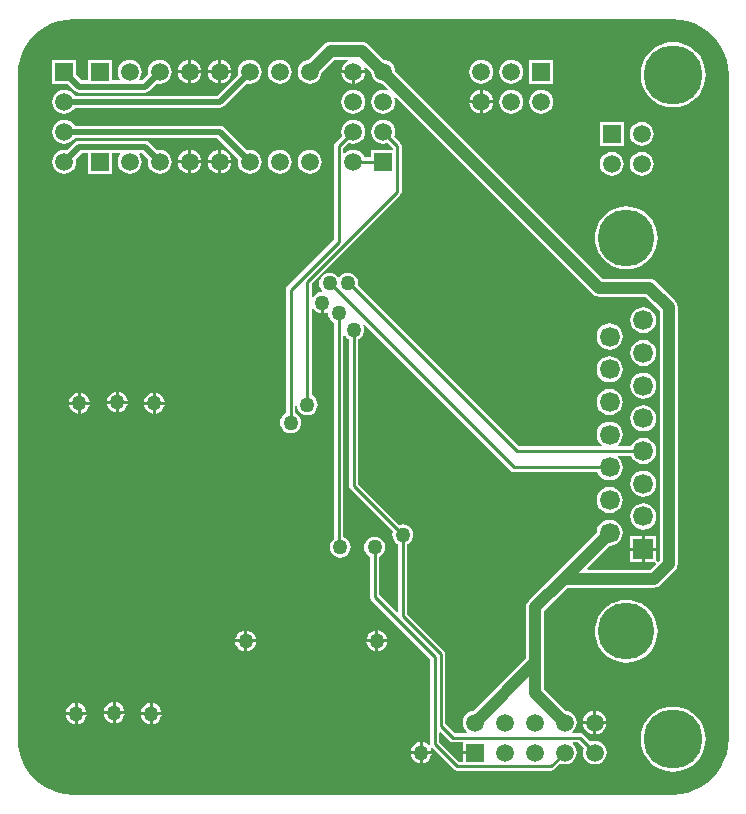
<source format=gbl>
G04 Layer_Physical_Order=2*
G04 Layer_Color=16711680*
%FSLAX24Y24*%
%MOIN*%
G70*
G01*
G75*
%ADD19C,0.0200*%
%ADD20C,0.0100*%
%ADD21C,0.0400*%
%ADD22C,0.0591*%
%ADD23R,0.0591X0.0591*%
%ADD24R,0.0591X0.0591*%
%ADD25C,0.1890*%
%ADD26C,0.0665*%
%ADD27R,0.0665X0.0665*%
%ADD28C,0.0500*%
%ADD29C,0.1969*%
G36*
X241Y23983D02*
X479Y23936D01*
X708Y23858D01*
X924Y23751D01*
X1126Y23617D01*
X1307Y23457D01*
X1467Y23276D01*
X1601Y23074D01*
X1708Y22858D01*
X1786Y22629D01*
X1833Y22391D01*
X1848Y22157D01*
X1847Y22150D01*
Y0D01*
X1848Y-7D01*
X1833Y-241D01*
X1786Y-479D01*
X1708Y-708D01*
X1601Y-924D01*
X1467Y-1126D01*
X1307Y-1307D01*
X1126Y-1467D01*
X924Y-1601D01*
X708Y-1708D01*
X479Y-1786D01*
X241Y-1833D01*
X7Y-1848D01*
X0Y-1847D01*
X-20000D01*
X-20007Y-1848D01*
X-20241Y-1833D01*
X-20479Y-1786D01*
X-20708Y-1708D01*
X-20924Y-1601D01*
X-21126Y-1467D01*
X-21307Y-1307D01*
X-21467Y-1126D01*
X-21601Y-924D01*
X-21708Y-708D01*
X-21786Y-479D01*
X-21833Y-241D01*
X-21848Y-7D01*
X-21847Y0D01*
Y22150D01*
X-21848Y22157D01*
X-21833Y22391D01*
X-21786Y22629D01*
X-21708Y22858D01*
X-21601Y23074D01*
X-21467Y23276D01*
X-21307Y23457D01*
X-21126Y23617D01*
X-20924Y23751D01*
X-20708Y23858D01*
X-20479Y23936D01*
X-20241Y23983D01*
X-20007Y23998D01*
X-20000Y23997D01*
X0D01*
X7Y23998D01*
X241Y23983D01*
D02*
G37*
%LPC*%
G36*
X-1001Y7860D02*
X-1114Y7845D01*
X-1219Y7802D01*
X-1309Y7732D01*
X-1379Y7642D01*
X-1422Y7537D01*
X-1437Y7424D01*
X-1422Y7311D01*
X-1379Y7205D01*
X-1309Y7115D01*
X-1219Y7046D01*
X-1114Y7002D01*
X-1001Y6987D01*
X-888Y7002D01*
X-783Y7046D01*
X-692Y7115D01*
X-623Y7205D01*
X-579Y7311D01*
X-564Y7424D01*
X-579Y7537D01*
X-623Y7642D01*
X-692Y7732D01*
X-783Y7802D01*
X-888Y7845D01*
X-1001Y7860D01*
D02*
G37*
G36*
X-568Y6766D02*
X-951D01*
Y6383D01*
X-568D01*
Y6766D01*
D02*
G37*
G36*
X-1051D02*
X-1433D01*
Y6383D01*
X-1051D01*
Y6766D01*
D02*
G37*
G36*
X-1001Y11132D02*
X-1114Y11117D01*
X-1219Y11073D01*
X-1309Y11004D01*
X-1379Y10913D01*
X-1422Y10808D01*
X-1437Y10695D01*
X-1422Y10582D01*
X-1379Y10477D01*
X-1309Y10387D01*
X-1219Y10317D01*
X-1114Y10274D01*
X-1001Y10259D01*
X-888Y10274D01*
X-783Y10317D01*
X-692Y10387D01*
X-623Y10477D01*
X-579Y10582D01*
X-564Y10695D01*
X-579Y10808D01*
X-623Y10913D01*
X-692Y11004D01*
X-783Y11073D01*
X-888Y11117D01*
X-1001Y11132D01*
D02*
G37*
G36*
Y8951D02*
X-1114Y8936D01*
X-1219Y8892D01*
X-1309Y8823D01*
X-1379Y8732D01*
X-1422Y8627D01*
X-1437Y8514D01*
X-1422Y8401D01*
X-1379Y8296D01*
X-1309Y8206D01*
X-1219Y8136D01*
X-1114Y8093D01*
X-1001Y8078D01*
X-888Y8093D01*
X-783Y8136D01*
X-692Y8206D01*
X-623Y8296D01*
X-579Y8401D01*
X-564Y8514D01*
X-579Y8627D01*
X-623Y8732D01*
X-692Y8823D01*
X-783Y8892D01*
X-888Y8936D01*
X-1001Y8951D01*
D02*
G37*
G36*
X-2119Y8405D02*
X-2232Y8390D01*
X-2337Y8347D01*
X-2427Y8277D01*
X-2497Y8187D01*
X-2540Y8082D01*
X-2555Y7969D01*
X-2540Y7856D01*
X-2497Y7751D01*
X-2427Y7660D01*
X-2337Y7591D01*
X-2232Y7547D01*
X-2119Y7532D01*
X-2006Y7547D01*
X-1901Y7591D01*
X-1810Y7660D01*
X-1741Y7751D01*
X-1697Y7856D01*
X-1682Y7969D01*
X-1697Y8082D01*
X-1741Y8187D01*
X-1810Y8277D01*
X-1901Y8347D01*
X-2006Y8390D01*
X-2119Y8405D01*
D02*
G37*
G36*
X-14200Y3624D02*
Y3328D01*
X-13904D01*
X-13909Y3369D01*
X-13944Y3454D01*
X-14000Y3527D01*
X-14073Y3583D01*
X-14159Y3619D01*
X-14200Y3624D01*
D02*
G37*
G36*
X-14300D02*
X-14341Y3619D01*
X-14427Y3583D01*
X-14500Y3527D01*
X-14556Y3454D01*
X-14591Y3369D01*
X-14596Y3328D01*
X-14300D01*
Y3624D01*
D02*
G37*
G36*
X-9532Y3228D02*
X-9828D01*
Y2931D01*
X-9787Y2937D01*
X-9702Y2972D01*
X-9629Y3028D01*
X-9573Y3101D01*
X-9537Y3186D01*
X-9532Y3228D01*
D02*
G37*
G36*
X-1051Y6283D02*
X-1433D01*
Y5900D01*
X-1051D01*
Y6283D01*
D02*
G37*
G36*
X-9828Y3624D02*
Y3328D01*
X-9532D01*
X-9537Y3369D01*
X-9573Y3454D01*
X-9629Y3527D01*
X-9702Y3583D01*
X-9787Y3619D01*
X-9828Y3624D01*
D02*
G37*
G36*
X-9928D02*
X-9970Y3619D01*
X-10055Y3583D01*
X-10128Y3527D01*
X-10184Y3454D01*
X-10219Y3369D01*
X-10225Y3328D01*
X-9928D01*
Y3624D01*
D02*
G37*
G36*
X-19750Y11546D02*
Y11250D01*
X-19454D01*
X-19459Y11291D01*
X-19494Y11377D01*
X-19550Y11450D01*
X-19623Y11506D01*
X-19709Y11541D01*
X-19750Y11546D01*
D02*
G37*
G36*
X-19850D02*
X-19891Y11541D01*
X-19977Y11506D01*
X-20050Y11450D01*
X-20106Y11377D01*
X-20141Y11291D01*
X-20146Y11250D01*
X-19850D01*
Y11546D01*
D02*
G37*
G36*
X-18185Y11186D02*
X-18482D01*
Y10889D01*
X-18440Y10895D01*
X-18355Y10930D01*
X-18282Y10986D01*
X-18226Y11059D01*
X-18191Y11144D01*
X-18185Y11186D01*
D02*
G37*
G36*
X-18582Y11582D02*
X-18623Y11577D01*
X-18708Y11542D01*
X-18781Y11485D01*
X-18837Y11412D01*
X-18873Y11327D01*
X-18878Y11286D01*
X-18582D01*
Y11582D01*
D02*
G37*
G36*
X-17250Y11546D02*
Y11250D01*
X-16954D01*
X-16959Y11291D01*
X-16994Y11377D01*
X-17050Y11450D01*
X-17123Y11506D01*
X-17209Y11541D01*
X-17250Y11546D01*
D02*
G37*
G36*
X-17350D02*
X-17391Y11541D01*
X-17477Y11506D01*
X-17550Y11450D01*
X-17606Y11377D01*
X-17641Y11291D01*
X-17646Y11250D01*
X-17350D01*
Y11546D01*
D02*
G37*
G36*
X-19454Y11150D02*
X-19750D01*
Y10854D01*
X-19709Y10859D01*
X-19623Y10894D01*
X-19550Y10950D01*
X-19494Y11023D01*
X-19459Y11109D01*
X-19454Y11150D01*
D02*
G37*
G36*
X-19850D02*
X-20146D01*
X-20141Y11109D01*
X-20106Y11023D01*
X-20050Y10950D01*
X-19977Y10894D01*
X-19891Y10859D01*
X-19850Y10854D01*
Y11150D01*
D02*
G37*
G36*
X-2119Y11677D02*
X-2232Y11662D01*
X-2337Y11618D01*
X-2427Y11549D01*
X-2497Y11459D01*
X-2540Y11353D01*
X-2555Y11241D01*
X-2540Y11128D01*
X-2497Y11022D01*
X-2427Y10932D01*
X-2337Y10863D01*
X-2232Y10819D01*
X-2119Y10804D01*
X-2006Y10819D01*
X-1901Y10863D01*
X-1810Y10932D01*
X-1741Y11022D01*
X-1697Y11128D01*
X-1682Y11241D01*
X-1697Y11353D01*
X-1741Y11459D01*
X-1810Y11549D01*
X-1901Y11618D01*
X-2006Y11662D01*
X-2119Y11677D01*
D02*
G37*
G36*
X-18582Y11186D02*
X-18878D01*
X-18873Y11144D01*
X-18837Y11059D01*
X-18781Y10986D01*
X-18708Y10930D01*
X-18623Y10895D01*
X-18582Y10889D01*
Y11186D01*
D02*
G37*
G36*
X-16954Y11150D02*
X-17250D01*
Y10854D01*
X-17209Y10859D01*
X-17123Y10894D01*
X-17050Y10950D01*
X-16994Y11023D01*
X-16959Y11109D01*
X-16954Y11150D01*
D02*
G37*
G36*
X-17350D02*
X-17646D01*
X-17641Y11109D01*
X-17606Y11023D01*
X-17550Y10950D01*
X-17477Y10894D01*
X-17391Y10859D01*
X-17350Y10854D01*
Y11150D01*
D02*
G37*
G36*
X-17450Y800D02*
X-17746D01*
X-17741Y759D01*
X-17706Y673D01*
X-17650Y600D01*
X-17577Y544D01*
X-17491Y509D01*
X-17450Y504D01*
Y800D01*
D02*
G37*
G36*
X-19554D02*
X-19850D01*
Y504D01*
X-19809Y509D01*
X-19723Y544D01*
X-19650Y600D01*
X-19594Y673D01*
X-19559Y759D01*
X-19554Y800D01*
D02*
G37*
G36*
X-19950D02*
X-20246D01*
X-20241Y759D01*
X-20206Y673D01*
X-20150Y600D01*
X-20077Y544D01*
X-19991Y509D01*
X-19950Y504D01*
Y800D01*
D02*
G37*
G36*
X-18285Y836D02*
X-18582D01*
Y539D01*
X-18540Y545D01*
X-18455Y580D01*
X-18382Y636D01*
X-18326Y709D01*
X-18291Y794D01*
X-18285Y836D01*
D02*
G37*
G36*
X-18682D02*
X-18978D01*
X-18973Y794D01*
X-18937Y709D01*
X-18881Y636D01*
X-18808Y580D01*
X-18723Y545D01*
X-18682Y539D01*
Y836D01*
D02*
G37*
G36*
X-17054Y800D02*
X-17350D01*
Y504D01*
X-17309Y509D01*
X-17223Y544D01*
X-17150Y600D01*
X-17094Y673D01*
X-17059Y759D01*
X-17054Y800D01*
D02*
G37*
G36*
X-8054Y-495D02*
X-8350D01*
Y-791D01*
X-8309Y-786D01*
X-8223Y-751D01*
X-8150Y-695D01*
X-8094Y-621D01*
X-8059Y-536D01*
X-8054Y-495D01*
D02*
G37*
G36*
X-8450D02*
X-8746D01*
X-8741Y-536D01*
X-8706Y-621D01*
X-8650Y-695D01*
X-8577Y-751D01*
X-8491Y-786D01*
X-8450Y-791D01*
Y-495D01*
D02*
G37*
G36*
X0Y1088D02*
X-170Y1074D01*
X-336Y1034D01*
X-494Y969D01*
X-639Y880D01*
X-769Y769D01*
X-880Y639D01*
X-969Y494D01*
X-1034Y336D01*
X-1074Y170D01*
X-1088Y0D01*
X-1074Y-170D01*
X-1034Y-336D01*
X-969Y-494D01*
X-880Y-639D01*
X-769Y-769D01*
X-639Y-880D01*
X-494Y-969D01*
X-336Y-1034D01*
X-170Y-1074D01*
X0Y-1088D01*
X170Y-1074D01*
X336Y-1034D01*
X494Y-969D01*
X639Y-880D01*
X769Y-769D01*
X880Y-639D01*
X969Y-494D01*
X1034Y-336D01*
X1074Y-170D01*
X1088Y0D01*
X1074Y170D01*
X1034Y336D01*
X969Y494D01*
X880Y639D01*
X769Y769D01*
X639Y880D01*
X494Y969D01*
X336Y1034D01*
X170Y1074D01*
X0Y1088D01*
D02*
G37*
G36*
X-2229Y505D02*
X-2572D01*
Y163D01*
X-2518Y170D01*
X-2422Y210D01*
X-2340Y273D01*
X-2276Y356D01*
X-2236Y452D01*
X-2229Y505D01*
D02*
G37*
G36*
X-2672D02*
X-3014D01*
X-3007Y452D01*
X-2967Y356D01*
X-2903Y273D01*
X-2821Y210D01*
X-2725Y170D01*
X-2672Y163D01*
Y505D01*
D02*
G37*
G36*
X-8450Y-98D02*
X-8491Y-104D01*
X-8577Y-139D01*
X-8650Y-195D01*
X-8706Y-268D01*
X-8741Y-354D01*
X-8746Y-395D01*
X-8450D01*
Y-98D01*
D02*
G37*
G36*
X-1560Y4639D02*
X-1724Y4626D01*
X-1884Y4588D01*
X-2036Y4525D01*
X-2176Y4439D01*
X-2301Y4332D01*
X-2408Y4207D01*
X-2494Y4067D01*
X-2557Y3915D01*
X-2595Y3755D01*
X-2608Y3591D01*
X-2595Y3427D01*
X-2557Y3267D01*
X-2494Y3115D01*
X-2408Y2975D01*
X-2301Y2850D01*
X-2176Y2743D01*
X-2036Y2657D01*
X-1884Y2594D01*
X-1724Y2556D01*
X-1560Y2543D01*
X-1396Y2556D01*
X-1236Y2594D01*
X-1084Y2657D01*
X-944Y2743D01*
X-819Y2850D01*
X-712Y2975D01*
X-626Y3115D01*
X-563Y3267D01*
X-525Y3427D01*
X-512Y3591D01*
X-525Y3755D01*
X-563Y3915D01*
X-626Y4067D01*
X-712Y4207D01*
X-819Y4332D01*
X-944Y4439D01*
X-1084Y4525D01*
X-1236Y4588D01*
X-1396Y4626D01*
X-1560Y4639D01*
D02*
G37*
G36*
X-18582Y1232D02*
Y936D01*
X-18285D01*
X-18291Y977D01*
X-18326Y1062D01*
X-18382Y1135D01*
X-18455Y1192D01*
X-18540Y1227D01*
X-18582Y1232D01*
D02*
G37*
G36*
X-18682D02*
X-18723Y1227D01*
X-18808Y1192D01*
X-18881Y1135D01*
X-18937Y1062D01*
X-18973Y977D01*
X-18978Y936D01*
X-18682D01*
Y1232D01*
D02*
G37*
G36*
X-9928Y3228D02*
X-10225D01*
X-10219Y3186D01*
X-10184Y3101D01*
X-10128Y3028D01*
X-10055Y2972D01*
X-9970Y2937D01*
X-9928Y2931D01*
Y3228D01*
D02*
G37*
G36*
X-13904D02*
X-14200D01*
Y2931D01*
X-14159Y2937D01*
X-14073Y2972D01*
X-14000Y3028D01*
X-13944Y3101D01*
X-13909Y3186D01*
X-13904Y3228D01*
D02*
G37*
G36*
X-14300D02*
X-14596D01*
X-14591Y3186D01*
X-14556Y3101D01*
X-14500Y3028D01*
X-14427Y2972D01*
X-14341Y2937D01*
X-14300Y2931D01*
Y3228D01*
D02*
G37*
G36*
X-19950Y1196D02*
X-19991Y1191D01*
X-20077Y1156D01*
X-20150Y1100D01*
X-20206Y1027D01*
X-20241Y941D01*
X-20246Y900D01*
X-19950D01*
Y1196D01*
D02*
G37*
G36*
X-2572Y947D02*
Y605D01*
X-2229D01*
X-2236Y658D01*
X-2276Y754D01*
X-2340Y837D01*
X-2422Y900D01*
X-2518Y940D01*
X-2572Y947D01*
D02*
G37*
G36*
X-2672D02*
X-2725Y940D01*
X-2821Y900D01*
X-2903Y837D01*
X-2967Y754D01*
X-3007Y658D01*
X-3014Y605D01*
X-2672D01*
Y947D01*
D02*
G37*
G36*
X-17350Y1196D02*
Y900D01*
X-17054D01*
X-17059Y941D01*
X-17094Y1027D01*
X-17150Y1100D01*
X-17223Y1156D01*
X-17309Y1191D01*
X-17350Y1196D01*
D02*
G37*
G36*
X-17450D02*
X-17491Y1191D01*
X-17577Y1156D01*
X-17650Y1100D01*
X-17706Y1027D01*
X-17741Y941D01*
X-17746Y900D01*
X-17450D01*
Y1196D01*
D02*
G37*
G36*
X-19850D02*
Y900D01*
X-19554D01*
X-19559Y941D01*
X-19594Y1027D01*
X-19650Y1100D01*
X-19723Y1156D01*
X-19809Y1191D01*
X-19850Y1196D01*
D02*
G37*
G36*
X-14118Y22649D02*
X-14221Y22635D01*
X-14317Y22595D01*
X-14400Y22532D01*
X-14463Y22449D01*
X-14503Y22353D01*
X-14517Y22250D01*
X-14504Y22153D01*
X-15203Y21454D01*
X-19955D01*
X-20015Y21532D01*
X-20098Y21595D01*
X-20194Y21635D01*
X-20297Y21649D01*
X-20400Y21635D01*
X-20496Y21595D01*
X-20579Y21532D01*
X-20642Y21449D01*
X-20682Y21353D01*
X-20696Y21250D01*
X-20682Y21147D01*
X-20642Y21051D01*
X-20579Y20968D01*
X-20496Y20905D01*
X-20400Y20865D01*
X-20297Y20851D01*
X-20194Y20865D01*
X-20098Y20905D01*
X-20015Y20968D01*
X-19955Y21046D01*
X-15118D01*
X-15040Y21062D01*
X-14974Y21106D01*
X-14216Y21864D01*
X-14118Y21851D01*
X-14015Y21865D01*
X-13919Y21905D01*
X-13836Y21968D01*
X-13773Y22051D01*
X-13733Y22147D01*
X-13719Y22250D01*
X-13733Y22353D01*
X-13773Y22449D01*
X-13836Y22532D01*
X-13919Y22595D01*
X-14015Y22635D01*
X-14118Y22649D01*
D02*
G37*
G36*
X-10375Y23253D02*
X-11418D01*
X-11496Y23242D01*
X-11569Y23212D01*
X-11632Y23164D01*
X-11632Y23164D01*
X-12152Y22644D01*
X-12221Y22635D01*
X-12317Y22595D01*
X-12400Y22532D01*
X-12463Y22449D01*
X-12503Y22353D01*
X-12517Y22250D01*
X-12503Y22147D01*
X-12463Y22051D01*
X-12400Y21968D01*
X-12317Y21905D01*
X-12221Y21865D01*
X-12118Y21851D01*
X-12015Y21865D01*
X-11919Y21905D01*
X-11836Y21968D01*
X-11773Y22051D01*
X-11733Y22147D01*
X-11724Y22216D01*
X-11293Y22647D01*
X-10857D01*
X-10847Y22597D01*
X-10867Y22589D01*
X-10950Y22525D01*
X-11013Y22443D01*
X-11053Y22347D01*
X-11060Y22293D01*
X-10668D01*
X-10276D01*
X-10283Y22347D01*
X-10292Y22369D01*
X-10250Y22397D01*
X-10062Y22210D01*
X-10053Y22140D01*
X-10013Y22044D01*
X-9950Y21962D01*
X-9867Y21898D01*
X-9771Y21858D01*
X-9702Y21849D01*
X-9514Y21662D01*
X-9543Y21619D01*
X-9565Y21629D01*
X-9668Y21642D01*
X-9771Y21629D01*
X-9867Y21589D01*
X-9950Y21525D01*
X-10013Y21443D01*
X-10053Y21347D01*
X-10067Y21243D01*
X-10053Y21140D01*
X-10013Y21044D01*
X-9950Y20962D01*
X-9867Y20898D01*
X-9771Y20858D01*
X-9668Y20845D01*
X-9565Y20858D01*
X-9469Y20898D01*
X-9386Y20962D01*
X-9323Y21044D01*
X-9283Y21140D01*
X-9269Y21243D01*
X-9283Y21347D01*
X-9292Y21369D01*
X-9250Y21397D01*
X-2689Y14836D01*
X-2689Y14836D01*
X-2626Y14788D01*
X-2553Y14758D01*
X-2475Y14747D01*
X-925D01*
X-453Y14275D01*
Y5975D01*
X-518Y5910D01*
X-568Y5931D01*
X-568Y5936D01*
X-568Y5936D01*
X-568Y5938D01*
Y6283D01*
X-951D01*
Y5900D01*
X-606Y5900D01*
X-603D01*
D01*
X-598Y5900D01*
X-595Y5892D01*
X-578Y5850D01*
X-775Y5653D01*
X-2851D01*
X-2871Y5699D01*
X-2126Y6443D01*
X-2119Y6442D01*
X-2006Y6457D01*
X-1901Y6500D01*
X-1810Y6570D01*
X-1741Y6660D01*
X-1697Y6765D01*
X-1682Y6878D01*
X-1697Y6991D01*
X-1741Y7097D01*
X-1810Y7187D01*
X-1901Y7256D01*
X-2006Y7300D01*
X-2119Y7315D01*
X-2232Y7300D01*
X-2337Y7256D01*
X-2427Y7187D01*
X-2497Y7097D01*
X-2540Y6991D01*
X-2555Y6878D01*
X-2554Y6871D01*
X-3861Y5564D01*
X-4814Y4611D01*
X-4862Y4549D01*
X-4892Y4476D01*
X-4903Y4397D01*
Y2702D01*
X-6655Y949D01*
X-6725Y940D01*
X-6821Y900D01*
X-6903Y837D01*
X-6967Y754D01*
X-7007Y658D01*
X-7020Y555D01*
X-7007Y452D01*
X-6967Y356D01*
X-6903Y273D01*
X-6877Y253D01*
X-6894Y203D01*
X-7287D01*
X-7597Y513D01*
Y2833D01*
X-7609Y2891D01*
X-7642Y2941D01*
X-8861Y4161D01*
Y6499D01*
X-8838Y6509D01*
X-8765Y6565D01*
X-8709Y6638D01*
X-8673Y6723D01*
X-8661Y6814D01*
X-8673Y6906D01*
X-8709Y6991D01*
X-8765Y7064D01*
X-8838Y7120D01*
X-8923Y7155D01*
X-9014Y7167D01*
X-9106Y7155D01*
X-9129Y7146D01*
X-10497Y8513D01*
Y13335D01*
X-10473Y13344D01*
X-10400Y13400D01*
X-10344Y13473D01*
X-10309Y13559D01*
X-10297Y13650D01*
X-10309Y13741D01*
X-10331Y13794D01*
X-10288Y13822D01*
X-5418Y8951D01*
X-5368Y8918D01*
X-5309Y8907D01*
X-2524D01*
X-2497Y8841D01*
X-2427Y8751D01*
X-2337Y8682D01*
X-2232Y8638D01*
X-2119Y8623D01*
X-2006Y8638D01*
X-1901Y8682D01*
X-1810Y8751D01*
X-1741Y8841D01*
X-1697Y8946D01*
X-1682Y9059D01*
X-1697Y9172D01*
X-1741Y9278D01*
X-1810Y9368D01*
X-1854Y9402D01*
X-1837Y9452D01*
X-1406D01*
X-1379Y9387D01*
X-1309Y9296D01*
X-1219Y9227D01*
X-1114Y9183D01*
X-1001Y9168D01*
X-888Y9183D01*
X-783Y9227D01*
X-692Y9296D01*
X-623Y9387D01*
X-579Y9492D01*
X-564Y9605D01*
X-579Y9718D01*
X-623Y9823D01*
X-692Y9913D01*
X-783Y9983D01*
X-888Y10026D01*
X-1001Y10041D01*
X-1114Y10026D01*
X-1219Y9983D01*
X-1309Y9913D01*
X-1379Y9823D01*
X-1406Y9758D01*
X-1837D01*
X-1854Y9808D01*
X-1810Y9841D01*
X-1741Y9932D01*
X-1697Y10037D01*
X-1682Y10150D01*
X-1697Y10263D01*
X-1741Y10368D01*
X-1810Y10459D01*
X-1901Y10528D01*
X-2006Y10572D01*
X-2119Y10586D01*
X-2232Y10572D01*
X-2337Y10528D01*
X-2427Y10459D01*
X-2497Y10368D01*
X-2540Y10263D01*
X-2555Y10150D01*
X-2540Y10037D01*
X-2497Y9932D01*
X-2427Y9841D01*
X-2384Y9808D01*
X-2400Y9758D01*
X-5141D01*
X-10507Y15123D01*
X-10497Y15200D01*
X-10509Y15291D01*
X-10544Y15377D01*
X-10600Y15450D01*
X-10673Y15506D01*
X-10759Y15541D01*
X-10850Y15553D01*
X-10941Y15541D01*
X-11027Y15506D01*
X-11100Y15450D01*
X-11125Y15417D01*
X-11175D01*
X-11200Y15450D01*
X-11273Y15506D01*
X-11359Y15541D01*
X-11450Y15553D01*
X-11541Y15541D01*
X-11627Y15506D01*
X-11700Y15450D01*
X-11756Y15377D01*
X-11791Y15291D01*
X-11803Y15200D01*
X-11791Y15109D01*
X-11756Y15023D01*
X-11700Y14951D01*
Y14951D01*
X-11700Y14948D01*
X-11717Y14901D01*
X-11791Y14891D01*
X-11877Y14856D01*
X-11950Y14800D01*
X-11997Y14738D01*
X-12047Y14751D01*
Y15187D01*
X-9092Y18142D01*
X-9059Y18191D01*
X-9047Y18250D01*
Y19775D01*
X-9059Y19834D01*
X-9092Y19884D01*
X-9302Y20094D01*
X-9283Y20140D01*
X-9269Y20243D01*
X-9283Y20347D01*
X-9323Y20443D01*
X-9386Y20525D01*
X-9469Y20589D01*
X-9565Y20629D01*
X-9668Y20642D01*
X-9771Y20629D01*
X-9867Y20589D01*
X-9950Y20525D01*
X-10013Y20443D01*
X-10053Y20347D01*
X-10067Y20243D01*
X-10053Y20140D01*
X-10013Y20044D01*
X-9950Y19962D01*
X-9867Y19898D01*
X-9771Y19858D01*
X-9668Y19845D01*
X-9565Y19858D01*
X-9519Y19878D01*
X-9353Y19712D01*
Y19639D01*
X-10063D01*
Y19396D01*
X-10304D01*
X-10323Y19443D01*
X-10386Y19525D01*
X-10469Y19589D01*
X-10565Y19629D01*
X-10668Y19642D01*
X-10771Y19629D01*
X-10867Y19589D01*
X-10947Y19528D01*
X-10967Y19531D01*
X-10997Y19541D01*
Y19698D01*
X-10818Y19878D01*
X-10771Y19858D01*
X-10668Y19845D01*
X-10565Y19858D01*
X-10469Y19898D01*
X-10386Y19962D01*
X-10323Y20044D01*
X-10283Y20140D01*
X-10269Y20243D01*
X-10283Y20347D01*
X-10323Y20443D01*
X-10386Y20525D01*
X-10469Y20589D01*
X-10565Y20629D01*
X-10668Y20642D01*
X-10771Y20629D01*
X-10867Y20589D01*
X-10950Y20525D01*
X-11013Y20443D01*
X-11053Y20347D01*
X-11067Y20243D01*
X-11053Y20140D01*
X-11034Y20094D01*
X-11258Y19870D01*
X-11291Y19820D01*
X-11303Y19762D01*
Y16646D01*
X-12858Y15091D01*
X-12891Y15041D01*
X-12903Y14983D01*
Y10865D01*
X-12927Y10856D01*
X-13000Y10800D01*
X-13056Y10727D01*
X-13091Y10641D01*
X-13103Y10550D01*
X-13091Y10459D01*
X-13056Y10373D01*
X-13000Y10300D01*
X-12927Y10244D01*
X-12841Y10209D01*
X-12750Y10197D01*
X-12659Y10209D01*
X-12573Y10244D01*
X-12500Y10300D01*
X-12444Y10373D01*
X-12409Y10459D01*
X-12397Y10550D01*
X-12409Y10641D01*
X-12444Y10727D01*
X-12500Y10800D01*
X-12573Y10856D01*
X-12597Y10865D01*
Y11101D01*
X-12547Y11105D01*
X-12541Y11059D01*
X-12506Y10973D01*
X-12450Y10900D01*
X-12377Y10844D01*
X-12291Y10809D01*
X-12200Y10797D01*
X-12109Y10809D01*
X-12023Y10844D01*
X-11950Y10900D01*
X-11894Y10973D01*
X-11859Y11059D01*
X-11847Y11150D01*
X-11859Y11241D01*
X-11894Y11327D01*
X-11950Y11400D01*
X-12023Y11456D01*
X-12047Y11465D01*
Y14349D01*
X-11997Y14362D01*
X-11950Y14300D01*
X-11877Y14244D01*
X-11791Y14209D01*
X-11750Y14204D01*
Y14550D01*
X-11650D01*
Y14204D01*
X-11609Y14209D01*
X-11549Y14234D01*
X-11503Y14200D01*
X-11491Y14109D01*
X-11456Y14023D01*
X-11400Y13950D01*
X-11327Y13894D01*
X-11303Y13885D01*
Y6685D01*
X-11350Y6650D01*
X-11406Y6577D01*
X-11441Y6491D01*
X-11453Y6400D01*
X-11441Y6309D01*
X-11406Y6223D01*
X-11350Y6150D01*
X-11277Y6094D01*
X-11191Y6059D01*
X-11100Y6047D01*
X-11009Y6059D01*
X-10923Y6094D01*
X-10850Y6150D01*
X-10794Y6223D01*
X-10759Y6309D01*
X-10747Y6400D01*
X-10759Y6491D01*
X-10794Y6577D01*
X-10850Y6650D01*
X-10923Y6706D01*
X-10997Y6736D01*
Y13449D01*
X-10947Y13462D01*
X-10900Y13400D01*
X-10827Y13344D01*
X-10803Y13335D01*
Y8450D01*
X-10791Y8391D01*
X-10758Y8342D01*
X-9346Y6929D01*
X-9355Y6906D01*
X-9367Y6814D01*
X-9355Y6723D01*
X-9320Y6638D01*
X-9264Y6565D01*
X-9191Y6509D01*
X-9167Y6499D01*
Y4249D01*
X-9214Y4230D01*
X-9797Y4813D01*
Y6085D01*
X-9773Y6094D01*
X-9700Y6150D01*
X-9644Y6223D01*
X-9609Y6309D01*
X-9597Y6400D01*
X-9609Y6491D01*
X-9644Y6577D01*
X-9700Y6650D01*
X-9773Y6706D01*
X-9859Y6741D01*
X-9950Y6753D01*
X-10041Y6741D01*
X-10127Y6706D01*
X-10200Y6650D01*
X-10256Y6577D01*
X-10291Y6491D01*
X-10303Y6400D01*
X-10291Y6309D01*
X-10256Y6223D01*
X-10200Y6150D01*
X-10127Y6094D01*
X-10103Y6085D01*
Y4750D01*
X-10091Y4691D01*
X-10058Y4642D01*
X-8103Y2687D01*
Y-150D01*
X-8096Y-184D01*
X-8143Y-205D01*
X-8150Y-195D01*
X-8223Y-139D01*
X-8309Y-104D01*
X-8350Y-98D01*
Y-395D01*
X-8054D01*
X-8059Y-354D01*
X-8077Y-310D01*
X-8035Y-282D01*
X-7308Y-1008D01*
X-7259Y-1041D01*
X-7200Y-1053D01*
X-4077D01*
X-4018Y-1041D01*
X-3969Y-1008D01*
X-3771Y-811D01*
X-3725Y-830D01*
X-3622Y-844D01*
X-3518Y-830D01*
X-3422Y-790D01*
X-3340Y-727D01*
X-3276Y-644D01*
X-3236Y-548D01*
X-3223Y-445D01*
X-3236Y-342D01*
X-3276Y-246D01*
X-3340Y-163D01*
X-3356Y-150D01*
X-3340Y-103D01*
X-3180D01*
X-2987Y-295D01*
X-3007Y-342D01*
X-3020Y-445D01*
X-3007Y-548D01*
X-2967Y-644D01*
X-2903Y-727D01*
X-2821Y-790D01*
X-2725Y-830D01*
X-2622Y-844D01*
X-2518Y-830D01*
X-2422Y-790D01*
X-2340Y-727D01*
X-2276Y-644D01*
X-2236Y-548D01*
X-2223Y-445D01*
X-2236Y-342D01*
X-2276Y-246D01*
X-2340Y-163D01*
X-2422Y-100D01*
X-2518Y-60D01*
X-2622Y-46D01*
X-2725Y-60D01*
X-2771Y-79D01*
X-3008Y158D01*
X-3058Y191D01*
X-3116Y203D01*
X-3349D01*
X-3366Y253D01*
X-3340Y273D01*
X-3276Y356D01*
X-3236Y452D01*
X-3223Y555D01*
X-3236Y658D01*
X-3276Y754D01*
X-3340Y837D01*
X-3422Y900D01*
X-3518Y940D01*
X-3588Y949D01*
X-4297Y1659D01*
Y2577D01*
X-4297Y2577D01*
X-4297Y2577D01*
Y4272D01*
X-3522Y5047D01*
X-650D01*
X-572Y5058D01*
X-499Y5088D01*
X-436Y5136D01*
X64Y5636D01*
X112Y5699D01*
X142Y5772D01*
X153Y5850D01*
X153Y5850D01*
Y14400D01*
X153Y14400D01*
X142Y14478D01*
X112Y14551D01*
X64Y14614D01*
X-586Y15264D01*
X-649Y15312D01*
X-722Y15342D01*
X-800Y15353D01*
X-2349D01*
X-9274Y22277D01*
X-9283Y22347D01*
X-9323Y22443D01*
X-9386Y22525D01*
X-9469Y22589D01*
X-9565Y22629D01*
X-9634Y22638D01*
X-10161Y23164D01*
X-10223Y23212D01*
X-10296Y23242D01*
X-10375Y23253D01*
D02*
G37*
G36*
X-6350Y21642D02*
Y21300D01*
X-6008D01*
X-6015Y21353D01*
X-6055Y21449D01*
X-6118Y21532D01*
X-6201Y21595D01*
X-6297Y21635D01*
X-6350Y21642D01*
D02*
G37*
G36*
X-5400Y22649D02*
X-5503Y22635D01*
X-5599Y22595D01*
X-5682Y22532D01*
X-5745Y22449D01*
X-5785Y22353D01*
X-5799Y22250D01*
X-5785Y22147D01*
X-5745Y22051D01*
X-5682Y21968D01*
X-5599Y21905D01*
X-5503Y21865D01*
X-5400Y21851D01*
X-5297Y21865D01*
X-5201Y21905D01*
X-5118Y21968D01*
X-5055Y22051D01*
X-5015Y22147D01*
X-5001Y22250D01*
X-5015Y22353D01*
X-5055Y22449D01*
X-5118Y22532D01*
X-5201Y22595D01*
X-5297Y22635D01*
X-5400Y22649D01*
D02*
G37*
G36*
X-6400D02*
X-6503Y22635D01*
X-6599Y22595D01*
X-6682Y22532D01*
X-6745Y22449D01*
X-6785Y22353D01*
X-6799Y22250D01*
X-6785Y22147D01*
X-6745Y22051D01*
X-6682Y21968D01*
X-6599Y21905D01*
X-6503Y21865D01*
X-6400Y21851D01*
X-6297Y21865D01*
X-6201Y21905D01*
X-6118Y21968D01*
X-6055Y22051D01*
X-6015Y22147D01*
X-6001Y22250D01*
X-6015Y22353D01*
X-6055Y22449D01*
X-6118Y22532D01*
X-6201Y22595D01*
X-6297Y22635D01*
X-6400Y22649D01*
D02*
G37*
G36*
X-13118D02*
X-13221Y22635D01*
X-13317Y22595D01*
X-13400Y22532D01*
X-13463Y22449D01*
X-13503Y22353D01*
X-13517Y22250D01*
X-13503Y22147D01*
X-13463Y22051D01*
X-13400Y21968D01*
X-13317Y21905D01*
X-13221Y21865D01*
X-13118Y21851D01*
X-13015Y21865D01*
X-12919Y21905D01*
X-12836Y21968D01*
X-12773Y22051D01*
X-12733Y22147D01*
X-12719Y22250D01*
X-12733Y22353D01*
X-12773Y22449D01*
X-12836Y22532D01*
X-12919Y22595D01*
X-13015Y22635D01*
X-13118Y22649D01*
D02*
G37*
G36*
X-6450Y21200D02*
X-6792D01*
X-6785Y21147D01*
X-6745Y21051D01*
X-6682Y20968D01*
X-6599Y20905D01*
X-6503Y20865D01*
X-6450Y20858D01*
Y21200D01*
D02*
G37*
G36*
X-4400Y21649D02*
X-4503Y21635D01*
X-4599Y21595D01*
X-4682Y21532D01*
X-4745Y21449D01*
X-4785Y21353D01*
X-4799Y21250D01*
X-4785Y21147D01*
X-4745Y21051D01*
X-4682Y20968D01*
X-4599Y20905D01*
X-4503Y20865D01*
X-4400Y20851D01*
X-4297Y20865D01*
X-4201Y20905D01*
X-4118Y20968D01*
X-4055Y21051D01*
X-4015Y21147D01*
X-4001Y21250D01*
X-4015Y21353D01*
X-4055Y21449D01*
X-4118Y21532D01*
X-4201Y21595D01*
X-4297Y21635D01*
X-4400Y21649D01*
D02*
G37*
G36*
X-5400D02*
X-5503Y21635D01*
X-5599Y21595D01*
X-5682Y21532D01*
X-5745Y21449D01*
X-5785Y21353D01*
X-5799Y21250D01*
X-5785Y21147D01*
X-5745Y21051D01*
X-5682Y20968D01*
X-5599Y20905D01*
X-5503Y20865D01*
X-5400Y20851D01*
X-5297Y20865D01*
X-5201Y20905D01*
X-5118Y20968D01*
X-5055Y21051D01*
X-5015Y21147D01*
X-5001Y21250D01*
X-5015Y21353D01*
X-5055Y21449D01*
X-5118Y21532D01*
X-5201Y21595D01*
X-5297Y21635D01*
X-5400Y21649D01*
D02*
G37*
G36*
X-6450Y21642D02*
X-6503Y21635D01*
X-6599Y21595D01*
X-6682Y21532D01*
X-6745Y21449D01*
X-6785Y21353D01*
X-6792Y21300D01*
X-6450D01*
Y21642D01*
D02*
G37*
G36*
X0Y23238D02*
X-170Y23224D01*
X-336Y23184D01*
X-494Y23119D01*
X-639Y23030D01*
X-769Y22919D01*
X-880Y22789D01*
X-969Y22644D01*
X-1034Y22486D01*
X-1074Y22320D01*
X-1088Y22150D01*
X-1074Y21980D01*
X-1034Y21814D01*
X-969Y21656D01*
X-880Y21511D01*
X-769Y21381D01*
X-639Y21270D01*
X-494Y21181D01*
X-336Y21116D01*
X-170Y21076D01*
X0Y21062D01*
X170Y21076D01*
X336Y21116D01*
X494Y21181D01*
X639Y21270D01*
X769Y21381D01*
X880Y21511D01*
X969Y21656D01*
X1034Y21814D01*
X1074Y21980D01*
X1088Y22150D01*
X1074Y22320D01*
X1034Y22486D01*
X969Y22644D01*
X880Y22789D01*
X769Y22919D01*
X639Y23030D01*
X494Y23119D01*
X336Y23184D01*
X170Y23224D01*
X0Y23238D01*
D02*
G37*
G36*
X-6008Y21200D02*
X-6350D01*
Y20858D01*
X-6297Y20865D01*
X-6201Y20905D01*
X-6118Y20968D01*
X-6055Y21051D01*
X-6015Y21147D01*
X-6008Y21200D01*
D02*
G37*
G36*
X-16168Y22642D02*
X-16221Y22635D01*
X-16317Y22595D01*
X-16400Y22532D01*
X-16463Y22449D01*
X-16503Y22353D01*
X-16510Y22300D01*
X-16168D01*
Y22642D01*
D02*
G37*
G36*
X-17118Y22649D02*
X-17221Y22635D01*
X-17317Y22595D01*
X-17400Y22532D01*
X-17463Y22449D01*
X-17503Y22353D01*
X-17517Y22250D01*
X-17504Y22153D01*
X-17698Y21959D01*
X-17780D01*
X-17805Y22009D01*
X-17773Y22051D01*
X-17733Y22147D01*
X-17719Y22250D01*
X-17733Y22353D01*
X-17773Y22449D01*
X-17836Y22532D01*
X-17919Y22595D01*
X-18015Y22635D01*
X-18118Y22649D01*
X-18221Y22635D01*
X-18317Y22595D01*
X-18400Y22532D01*
X-18463Y22449D01*
X-18503Y22353D01*
X-18517Y22250D01*
X-18503Y22147D01*
X-18463Y22051D01*
X-18431Y22009D01*
X-18456Y21959D01*
X-18723D01*
Y22645D01*
X-19513D01*
Y21959D01*
X-19717D01*
X-19902Y22143D01*
Y22645D01*
X-20692D01*
Y21855D01*
X-20190D01*
X-19946Y21611D01*
X-19880Y21566D01*
X-19802Y21551D01*
X-17613D01*
X-17535Y21566D01*
X-17469Y21611D01*
X-17216Y21864D01*
X-17118Y21851D01*
X-17015Y21865D01*
X-16919Y21905D01*
X-16836Y21968D01*
X-16773Y22051D01*
X-16733Y22147D01*
X-16719Y22250D01*
X-16733Y22353D01*
X-16773Y22449D01*
X-16836Y22532D01*
X-16919Y22595D01*
X-17015Y22635D01*
X-17118Y22649D01*
D02*
G37*
G36*
X-14726Y22200D02*
X-15068D01*
Y21858D01*
X-15015Y21865D01*
X-14919Y21905D01*
X-14836Y21968D01*
X-14773Y22051D01*
X-14733Y22147D01*
X-14726Y22200D01*
D02*
G37*
G36*
X-15068Y22642D02*
Y22300D01*
X-14726D01*
X-14733Y22353D01*
X-14773Y22449D01*
X-14836Y22532D01*
X-14919Y22595D01*
X-15015Y22635D01*
X-15068Y22642D01*
D02*
G37*
G36*
X-15168D02*
X-15221Y22635D01*
X-15317Y22595D01*
X-15400Y22532D01*
X-15463Y22449D01*
X-15503Y22353D01*
X-15510Y22300D01*
X-15168D01*
Y22642D01*
D02*
G37*
G36*
X-16068D02*
Y22300D01*
X-15726D01*
X-15733Y22353D01*
X-15773Y22449D01*
X-15836Y22532D01*
X-15919Y22595D01*
X-16015Y22635D01*
X-16068Y22642D01*
D02*
G37*
G36*
X-4005Y22645D02*
X-4795D01*
Y21855D01*
X-4005D01*
Y22645D01*
D02*
G37*
G36*
X-10276Y22193D02*
X-10618D01*
Y21851D01*
X-10565Y21858D01*
X-10469Y21898D01*
X-10386Y21962D01*
X-10323Y22044D01*
X-10283Y22140D01*
X-10276Y22193D01*
D02*
G37*
G36*
X-10718D02*
X-11060D01*
X-11053Y22140D01*
X-11013Y22044D01*
X-10950Y21962D01*
X-10867Y21898D01*
X-10771Y21858D01*
X-10718Y21851D01*
Y22193D01*
D02*
G37*
G36*
X-15168Y22200D02*
X-15510D01*
X-15503Y22147D01*
X-15463Y22051D01*
X-15400Y21968D01*
X-15317Y21905D01*
X-15221Y21865D01*
X-15168Y21858D01*
Y22200D01*
D02*
G37*
G36*
X-15726D02*
X-16068D01*
Y21858D01*
X-16015Y21865D01*
X-15919Y21905D01*
X-15836Y21968D01*
X-15773Y22051D01*
X-15733Y22147D01*
X-15726Y22200D01*
D02*
G37*
G36*
X-16168D02*
X-16510D01*
X-16503Y22147D01*
X-16463Y22051D01*
X-16400Y21968D01*
X-16317Y21905D01*
X-16221Y21865D01*
X-16168Y21858D01*
Y22200D01*
D02*
G37*
G36*
X-1050Y19575D02*
X-1153Y19562D01*
X-1249Y19522D01*
X-1332Y19459D01*
X-1395Y19376D01*
X-1435Y19280D01*
X-1449Y19177D01*
X-1435Y19074D01*
X-1395Y18977D01*
X-1332Y18895D01*
X-1249Y18831D01*
X-1153Y18792D01*
X-1050Y18778D01*
X-947Y18792D01*
X-851Y18831D01*
X-768Y18895D01*
X-705Y18977D01*
X-665Y19074D01*
X-651Y19177D01*
X-665Y19280D01*
X-705Y19376D01*
X-768Y19459D01*
X-851Y19522D01*
X-947Y19562D01*
X-1050Y19575D01*
D02*
G37*
G36*
X-2050D02*
X-2153Y19562D01*
X-2249Y19522D01*
X-2332Y19459D01*
X-2395Y19376D01*
X-2435Y19280D01*
X-2449Y19177D01*
X-2435Y19074D01*
X-2395Y18977D01*
X-2332Y18895D01*
X-2249Y18831D01*
X-2153Y18792D01*
X-2050Y18778D01*
X-1947Y18792D01*
X-1851Y18831D01*
X-1768Y18895D01*
X-1705Y18977D01*
X-1665Y19074D01*
X-1651Y19177D01*
X-1665Y19280D01*
X-1705Y19376D01*
X-1768Y19459D01*
X-1851Y19522D01*
X-1947Y19562D01*
X-2050Y19575D01*
D02*
G37*
G36*
X-1560Y17757D02*
X-1724Y17744D01*
X-1884Y17706D01*
X-2036Y17643D01*
X-2176Y17557D01*
X-2301Y17450D01*
X-2408Y17325D01*
X-2494Y17185D01*
X-2557Y17033D01*
X-2595Y16873D01*
X-2608Y16709D01*
X-2595Y16545D01*
X-2557Y16385D01*
X-2494Y16233D01*
X-2408Y16093D01*
X-2301Y15968D01*
X-2176Y15861D01*
X-2036Y15775D01*
X-1884Y15712D01*
X-1724Y15674D01*
X-1560Y15661D01*
X-1396Y15674D01*
X-1236Y15712D01*
X-1084Y15775D01*
X-944Y15861D01*
X-819Y15968D01*
X-712Y16093D01*
X-626Y16233D01*
X-563Y16385D01*
X-525Y16545D01*
X-512Y16709D01*
X-525Y16873D01*
X-563Y17033D01*
X-626Y17185D01*
X-712Y17325D01*
X-819Y17450D01*
X-944Y17557D01*
X-1084Y17643D01*
X-1236Y17706D01*
X-1396Y17744D01*
X-1560Y17757D01*
D02*
G37*
G36*
X-12118Y19649D02*
X-12221Y19635D01*
X-12317Y19595D01*
X-12400Y19532D01*
X-12463Y19449D01*
X-12503Y19353D01*
X-12517Y19250D01*
X-12503Y19147D01*
X-12463Y19051D01*
X-12400Y18968D01*
X-12317Y18905D01*
X-12221Y18865D01*
X-12118Y18851D01*
X-12015Y18865D01*
X-11919Y18905D01*
X-11836Y18968D01*
X-11773Y19051D01*
X-11733Y19147D01*
X-11719Y19250D01*
X-11733Y19353D01*
X-11773Y19449D01*
X-11836Y19532D01*
X-11919Y19595D01*
X-12015Y19635D01*
X-12118Y19649D01*
D02*
G37*
G36*
X-13118D02*
X-13221Y19635D01*
X-13317Y19595D01*
X-13400Y19532D01*
X-13463Y19449D01*
X-13503Y19353D01*
X-13517Y19250D01*
X-13503Y19147D01*
X-13463Y19051D01*
X-13400Y18968D01*
X-13317Y18905D01*
X-13221Y18865D01*
X-13118Y18851D01*
X-13015Y18865D01*
X-12919Y18905D01*
X-12836Y18968D01*
X-12773Y19051D01*
X-12733Y19147D01*
X-12719Y19250D01*
X-12733Y19353D01*
X-12773Y19449D01*
X-12836Y19532D01*
X-12919Y19595D01*
X-13015Y19635D01*
X-13118Y19649D01*
D02*
G37*
G36*
X-20297Y20649D02*
X-20400Y20635D01*
X-20496Y20595D01*
X-20579Y20532D01*
X-20642Y20449D01*
X-20682Y20353D01*
X-20696Y20250D01*
X-20682Y20147D01*
X-20642Y20051D01*
X-20579Y19968D01*
X-20496Y19905D01*
X-20400Y19865D01*
X-20297Y19851D01*
X-20194Y19865D01*
X-20098Y19905D01*
X-20015Y19968D01*
X-19955Y20046D01*
X-15203D01*
X-14504Y19347D01*
X-14517Y19250D01*
X-14503Y19147D01*
X-14463Y19051D01*
X-14400Y18968D01*
X-14317Y18905D01*
X-14221Y18865D01*
X-14118Y18851D01*
X-14015Y18865D01*
X-13919Y18905D01*
X-13836Y18968D01*
X-13773Y19051D01*
X-13733Y19147D01*
X-13719Y19250D01*
X-13733Y19353D01*
X-13773Y19449D01*
X-13836Y19532D01*
X-13919Y19595D01*
X-14015Y19635D01*
X-14118Y19649D01*
X-14216Y19636D01*
X-14974Y20394D01*
X-15040Y20438D01*
X-15118Y20454D01*
X-19955D01*
X-20015Y20532D01*
X-20098Y20595D01*
X-20194Y20635D01*
X-20297Y20649D01*
D02*
G37*
G36*
X-2119Y12768D02*
X-2232Y12753D01*
X-2337Y12709D01*
X-2427Y12640D01*
X-2497Y12549D01*
X-2540Y12444D01*
X-2555Y12331D01*
X-2540Y12218D01*
X-2497Y12113D01*
X-2427Y12023D01*
X-2337Y11953D01*
X-2232Y11910D01*
X-2119Y11895D01*
X-2006Y11910D01*
X-1901Y11953D01*
X-1810Y12023D01*
X-1741Y12113D01*
X-1697Y12218D01*
X-1682Y12331D01*
X-1697Y12444D01*
X-1741Y12549D01*
X-1810Y12640D01*
X-1901Y12709D01*
X-2006Y12753D01*
X-2119Y12768D01*
D02*
G37*
G36*
X-1001Y12222D02*
X-1114Y12207D01*
X-1219Y12164D01*
X-1309Y12094D01*
X-1379Y12004D01*
X-1422Y11899D01*
X-1437Y11786D01*
X-1422Y11673D01*
X-1379Y11568D01*
X-1309Y11477D01*
X-1219Y11408D01*
X-1114Y11364D01*
X-1001Y11349D01*
X-888Y11364D01*
X-783Y11408D01*
X-692Y11477D01*
X-623Y11568D01*
X-579Y11673D01*
X-564Y11786D01*
X-579Y11899D01*
X-623Y12004D01*
X-692Y12094D01*
X-783Y12164D01*
X-888Y12207D01*
X-1001Y12222D01*
D02*
G37*
G36*
X-18482Y11582D02*
Y11286D01*
X-18185D01*
X-18191Y11327D01*
X-18226Y11412D01*
X-18282Y11485D01*
X-18355Y11542D01*
X-18440Y11577D01*
X-18482Y11582D01*
D02*
G37*
G36*
X-1001Y14403D02*
X-1114Y14388D01*
X-1219Y14345D01*
X-1309Y14276D01*
X-1379Y14185D01*
X-1422Y14080D01*
X-1437Y13967D01*
X-1422Y13854D01*
X-1379Y13749D01*
X-1309Y13658D01*
X-1219Y13589D01*
X-1114Y13545D01*
X-1001Y13531D01*
X-888Y13545D01*
X-783Y13589D01*
X-692Y13658D01*
X-623Y13749D01*
X-579Y13854D01*
X-564Y13967D01*
X-579Y14080D01*
X-623Y14185D01*
X-692Y14276D01*
X-783Y14345D01*
X-888Y14388D01*
X-1001Y14403D01*
D02*
G37*
G36*
X-2119Y13858D02*
X-2232Y13843D01*
X-2337Y13800D01*
X-2427Y13730D01*
X-2497Y13640D01*
X-2540Y13535D01*
X-2555Y13422D01*
X-2540Y13309D01*
X-2497Y13203D01*
X-2427Y13113D01*
X-2337Y13044D01*
X-2232Y13000D01*
X-2119Y12985D01*
X-2006Y13000D01*
X-1901Y13044D01*
X-1810Y13113D01*
X-1741Y13203D01*
X-1697Y13309D01*
X-1682Y13422D01*
X-1697Y13535D01*
X-1741Y13640D01*
X-1810Y13730D01*
X-1901Y13800D01*
X-2006Y13843D01*
X-2119Y13858D01*
D02*
G37*
G36*
X-1001Y13313D02*
X-1114Y13298D01*
X-1219Y13254D01*
X-1309Y13185D01*
X-1379Y13095D01*
X-1422Y12989D01*
X-1437Y12876D01*
X-1422Y12763D01*
X-1379Y12658D01*
X-1309Y12568D01*
X-1219Y12498D01*
X-1114Y12455D01*
X-1001Y12440D01*
X-888Y12455D01*
X-783Y12498D01*
X-692Y12568D01*
X-623Y12658D01*
X-579Y12763D01*
X-564Y12876D01*
X-579Y12989D01*
X-623Y13095D01*
X-692Y13185D01*
X-783Y13254D01*
X-888Y13298D01*
X-1001Y13313D01*
D02*
G37*
G36*
X-17613Y19949D02*
X-19802D01*
X-19880Y19934D01*
X-19946Y19889D01*
X-20199Y19636D01*
X-20297Y19649D01*
X-20400Y19635D01*
X-20496Y19595D01*
X-20579Y19532D01*
X-20642Y19449D01*
X-20682Y19353D01*
X-20696Y19250D01*
X-20682Y19147D01*
X-20642Y19051D01*
X-20579Y18968D01*
X-20496Y18905D01*
X-20400Y18865D01*
X-20297Y18851D01*
X-20194Y18865D01*
X-20098Y18905D01*
X-20015Y18968D01*
X-19952Y19051D01*
X-19912Y19147D01*
X-19898Y19250D01*
X-19911Y19347D01*
X-19717Y19541D01*
X-19513D01*
Y18855D01*
X-18723D01*
Y19541D01*
X-18456D01*
X-18431Y19491D01*
X-18463Y19449D01*
X-18503Y19353D01*
X-18517Y19250D01*
X-18503Y19147D01*
X-18463Y19051D01*
X-18400Y18968D01*
X-18317Y18905D01*
X-18221Y18865D01*
X-18118Y18851D01*
X-18015Y18865D01*
X-17919Y18905D01*
X-17836Y18968D01*
X-17773Y19051D01*
X-17733Y19147D01*
X-17719Y19250D01*
X-17733Y19353D01*
X-17773Y19449D01*
X-17805Y19491D01*
X-17780Y19541D01*
X-17698D01*
X-17504Y19347D01*
X-17517Y19250D01*
X-17503Y19147D01*
X-17463Y19051D01*
X-17400Y18968D01*
X-17317Y18905D01*
X-17221Y18865D01*
X-17118Y18851D01*
X-17015Y18865D01*
X-16919Y18905D01*
X-16836Y18968D01*
X-16773Y19051D01*
X-16733Y19147D01*
X-16719Y19250D01*
X-16733Y19353D01*
X-16773Y19449D01*
X-16836Y19532D01*
X-16919Y19595D01*
X-17015Y19635D01*
X-17118Y19649D01*
X-17216Y19636D01*
X-17469Y19889D01*
X-17535Y19934D01*
X-17613Y19949D01*
D02*
G37*
G36*
X-15068Y19642D02*
Y19300D01*
X-14726D01*
X-14733Y19353D01*
X-14773Y19449D01*
X-14836Y19532D01*
X-14919Y19595D01*
X-15015Y19635D01*
X-15068Y19642D01*
D02*
G37*
G36*
X-15168D02*
X-15221Y19635D01*
X-15317Y19595D01*
X-15400Y19532D01*
X-15463Y19449D01*
X-15503Y19353D01*
X-15510Y19300D01*
X-15168D01*
Y19642D01*
D02*
G37*
G36*
X-10668Y21642D02*
X-10771Y21629D01*
X-10867Y21589D01*
X-10950Y21525D01*
X-11013Y21443D01*
X-11053Y21347D01*
X-11067Y21243D01*
X-11053Y21140D01*
X-11013Y21044D01*
X-10950Y20962D01*
X-10867Y20898D01*
X-10771Y20858D01*
X-10668Y20845D01*
X-10565Y20858D01*
X-10469Y20898D01*
X-10386Y20962D01*
X-10323Y21044D01*
X-10283Y21140D01*
X-10269Y21243D01*
X-10283Y21347D01*
X-10323Y21443D01*
X-10386Y21525D01*
X-10469Y21589D01*
X-10565Y21629D01*
X-10668Y21642D01*
D02*
G37*
G36*
X-1655Y20572D02*
X-2445D01*
Y19781D01*
X-1655D01*
Y20572D01*
D02*
G37*
G36*
X-1050Y20575D02*
X-1153Y20562D01*
X-1249Y20522D01*
X-1332Y20459D01*
X-1395Y20376D01*
X-1435Y20280D01*
X-1449Y20177D01*
X-1435Y20074D01*
X-1395Y19977D01*
X-1332Y19895D01*
X-1249Y19831D01*
X-1153Y19792D01*
X-1050Y19778D01*
X-947Y19792D01*
X-851Y19831D01*
X-768Y19895D01*
X-705Y19977D01*
X-665Y20074D01*
X-651Y20177D01*
X-665Y20280D01*
X-705Y20376D01*
X-768Y20459D01*
X-851Y20522D01*
X-947Y20562D01*
X-1050Y20575D01*
D02*
G37*
G36*
X-16168Y19200D02*
X-16510D01*
X-16503Y19147D01*
X-16463Y19051D01*
X-16400Y18968D01*
X-16317Y18905D01*
X-16221Y18865D01*
X-16168Y18858D01*
Y19200D01*
D02*
G37*
G36*
X-15168D02*
X-15510D01*
X-15503Y19147D01*
X-15463Y19051D01*
X-15400Y18968D01*
X-15317Y18905D01*
X-15221Y18865D01*
X-15168Y18858D01*
Y19200D01*
D02*
G37*
G36*
X-15726D02*
X-16068D01*
Y18858D01*
X-16015Y18865D01*
X-15919Y18905D01*
X-15836Y18968D01*
X-15773Y19051D01*
X-15733Y19147D01*
X-15726Y19200D01*
D02*
G37*
G36*
X-16068Y19642D02*
Y19300D01*
X-15726D01*
X-15733Y19353D01*
X-15773Y19449D01*
X-15836Y19532D01*
X-15919Y19595D01*
X-16015Y19635D01*
X-16068Y19642D01*
D02*
G37*
G36*
X-16168D02*
X-16221Y19635D01*
X-16317Y19595D01*
X-16400Y19532D01*
X-16463Y19449D01*
X-16503Y19353D01*
X-16510Y19300D01*
X-16168D01*
Y19642D01*
D02*
G37*
G36*
X-14726Y19200D02*
X-15068D01*
Y18858D01*
X-15015Y18865D01*
X-14919Y18905D01*
X-14836Y18968D01*
X-14773Y19051D01*
X-14733Y19147D01*
X-14726Y19200D01*
D02*
G37*
%LPD*%
G36*
X-7458Y-58D02*
X-7409Y-91D01*
X-7350Y-103D01*
X-7017D01*
Y-395D01*
X-6622D01*
Y-495D01*
X-7017D01*
Y-747D01*
X-7137D01*
X-7797Y-87D01*
Y215D01*
X-7751Y235D01*
X-7458Y-58D01*
D02*
G37*
D19*
X-20297Y19250D02*
X-19802Y19745D01*
X-20297Y21250D02*
X-15118D01*
X-20297Y22250D02*
X-19802Y21755D01*
X-20297Y20250D02*
X-15118D01*
Y21250D02*
X-14118Y22250D01*
X-15118Y20250D02*
X-14118Y19250D01*
X-19802Y19745D02*
X-17613D01*
X-17118Y19250D01*
X-19802Y21755D02*
X-17613D01*
X-17118Y22250D01*
D20*
X-11150Y6600D02*
X-11000Y6450D01*
X-10668Y19243D02*
X-9668D01*
Y20243D02*
X-9200Y19775D01*
X-10650Y8450D02*
X-9014Y6814D01*
X-10650Y8450D02*
Y13650D01*
X-11150Y6600D02*
Y14200D01*
X-11450Y15200D02*
X-5309Y9059D01*
X-12200Y15250D02*
X-9200Y18250D01*
Y19775D01*
X-12750Y14983D02*
X-11150Y16583D01*
X-12750Y10550D02*
Y14983D01*
X-11150Y16583D02*
Y19762D01*
X-10668Y20243D01*
X-12200Y11150D02*
Y15250D01*
X-9950Y4750D02*
X-7950Y2750D01*
Y-150D02*
Y2750D01*
X-4077Y-900D02*
X-3622Y-445D01*
X-7950Y-150D02*
X-7200Y-900D01*
X-4077D01*
X-9950Y4750D02*
Y6400D01*
X-3116Y50D02*
X-2622Y-445D01*
X-7350Y50D02*
X-3116D01*
X-7750Y450D02*
X-7350Y50D01*
X-7750Y450D02*
Y2833D01*
X-9014Y4097D02*
X-7750Y2833D01*
X-9014Y4097D02*
Y6814D01*
X-5205Y9605D02*
X-1001D01*
X-5309Y9059D02*
X-2119D01*
X-10850Y15200D02*
X-10800D01*
X-5205Y9605D01*
D21*
X-9668Y22243D02*
X-2475Y15050D01*
X-800D01*
X-6622Y555D02*
X-4600Y2577D01*
X-150Y5850D02*
Y14400D01*
X-800Y15050D02*
X-150Y14400D01*
X-650Y5350D02*
X-150Y5850D01*
X-3647Y5350D02*
X-650D01*
X-3647D02*
X-2119Y6878D01*
X-4600Y4397D02*
X-3647Y5350D01*
X-4600Y1534D02*
Y2577D01*
Y1534D02*
X-3622Y555D01*
X-4600Y2577D02*
Y4397D01*
X-10375Y22950D02*
X-9668Y22243D01*
X-11418Y22950D02*
X-10375D01*
X-12118Y22250D02*
X-11418Y22950D01*
D22*
X-1050Y19177D02*
D03*
X-2050D02*
D03*
X-1050Y20177D02*
D03*
X-2622Y555D02*
D03*
Y-445D02*
D03*
X-3622Y555D02*
D03*
Y-445D02*
D03*
X-4622Y555D02*
D03*
Y-445D02*
D03*
X-5622Y555D02*
D03*
Y-445D02*
D03*
X-6622Y555D02*
D03*
X-12118Y22250D02*
D03*
X-13118D02*
D03*
X-14118D02*
D03*
X-15118D02*
D03*
X-16118D02*
D03*
X-17118D02*
D03*
X-18118D02*
D03*
X-12118Y19250D02*
D03*
X-13118D02*
D03*
X-14118D02*
D03*
X-15118D02*
D03*
X-16118D02*
D03*
X-17118D02*
D03*
X-18118D02*
D03*
X-6400Y21250D02*
D03*
Y22250D02*
D03*
X-5400Y21250D02*
D03*
Y22250D02*
D03*
X-4400Y21250D02*
D03*
X-10668Y19243D02*
D03*
X-9668Y20243D02*
D03*
X-10668D02*
D03*
X-9668Y21243D02*
D03*
X-10668D02*
D03*
X-9668Y22243D02*
D03*
X-10668D02*
D03*
X-20297Y21250D02*
D03*
Y20250D02*
D03*
Y19250D02*
D03*
D23*
X-2050Y20177D02*
D03*
X-9668Y19243D02*
D03*
X-20297Y22250D02*
D03*
D24*
X-6622Y-445D02*
D03*
X-19118Y22250D02*
D03*
Y19250D02*
D03*
X-4400Y22250D02*
D03*
D25*
X-1560Y16709D02*
D03*
Y3591D02*
D03*
D26*
X-1001Y13967D02*
D03*
X-2119Y13422D02*
D03*
X-1001Y12876D02*
D03*
X-2119Y12331D02*
D03*
X-1001Y11786D02*
D03*
X-2119Y11241D02*
D03*
X-1001Y10695D02*
D03*
X-2119Y10150D02*
D03*
X-1001Y9605D02*
D03*
X-2119Y9059D02*
D03*
X-1001Y8514D02*
D03*
X-2119Y7969D02*
D03*
X-1001Y7424D02*
D03*
X-2119Y6878D02*
D03*
D27*
X-1001Y6333D02*
D03*
D28*
X-10650Y13650D02*
D03*
X-11150Y14200D02*
D03*
X-11100Y6400D02*
D03*
X-12200Y11150D02*
D03*
X-12750Y10550D02*
D03*
X-11700Y14550D02*
D03*
X-18532Y11236D02*
D03*
X-19800Y11200D02*
D03*
X-17300D02*
D03*
X-17400Y850D02*
D03*
X-19900D02*
D03*
X-18632Y886D02*
D03*
X-9878Y3278D02*
D03*
X-14250D02*
D03*
X-8400Y-445D02*
D03*
X-9014Y6814D02*
D03*
X-9950Y6400D02*
D03*
X-11450Y15200D02*
D03*
X-10850D02*
D03*
D29*
X0Y22150D02*
D03*
Y0D02*
D03*
M02*

</source>
